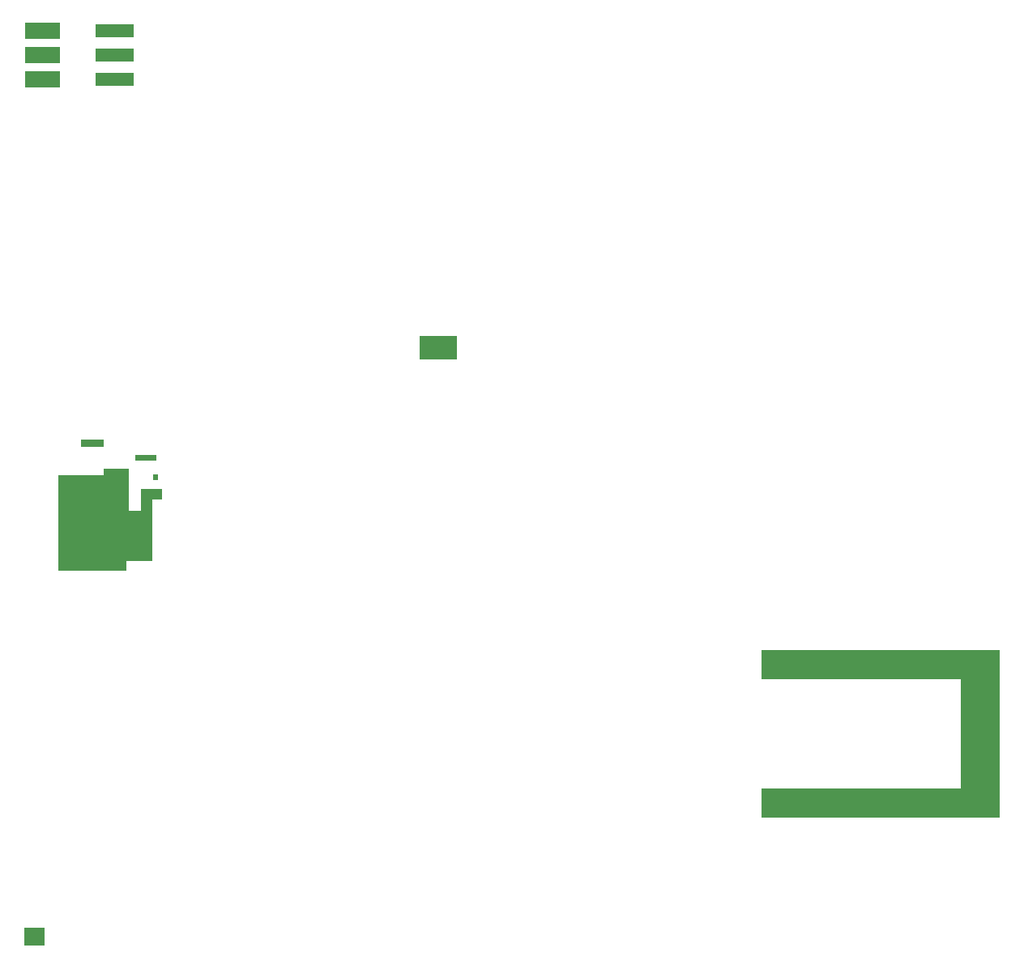
<source format=gko>
G04*
G04 #@! TF.GenerationSoftware,Altium Limited,Altium Designer,24.0.1 (36)*
G04*
G04 Layer_Color=16711935*
%FSLAX42Y42*%
%MOMM*%
G71*
G04*
G04 #@! TF.SameCoordinates,E1E02590-05F2-4693-A132-99C86EA4FF08*
G04*
G04*
G04 #@! TF.FilePolarity,Positive*
G04*
G01*
G75*
G36*
X1216Y12804D02*
X822D01*
Y12944D01*
X1216D01*
Y12804D01*
D02*
G37*
G36*
X442Y12789D02*
X84D01*
Y12959D01*
X442D01*
Y12789D01*
D02*
G37*
G36*
X1216Y12550D02*
X822D01*
Y12690D01*
X1216D01*
Y12550D01*
D02*
G37*
G36*
X442Y12535D02*
X84D01*
Y12705D01*
X442D01*
Y12535D01*
D02*
G37*
G36*
X1216Y12296D02*
X822D01*
Y12436D01*
X1216D01*
Y12296D01*
D02*
G37*
G36*
X442Y12281D02*
X84D01*
Y12451D01*
X442D01*
Y12281D01*
D02*
G37*
G36*
X4591Y9437D02*
X4208D01*
Y9681D01*
X4591D01*
Y9437D01*
D02*
G37*
G36*
X907Y8525D02*
X667D01*
Y8596D01*
X907D01*
Y8525D01*
D02*
G37*
G36*
X1452Y8380D02*
X1237D01*
Y8436D01*
X1452D01*
Y8380D01*
D02*
G37*
G36*
X1473Y8179D02*
X1417D01*
Y8234D01*
X1473D01*
Y8179D01*
D02*
G37*
G36*
X1167Y7855D02*
X1292D01*
Y8085D01*
X1510D01*
Y7976D01*
X1409D01*
Y7328D01*
X1143D01*
Y7229D01*
X432D01*
Y8229D01*
X907D01*
Y8294D01*
X1167D01*
Y7855D01*
D02*
G37*
G36*
X10266Y4646D02*
X7777D01*
Y4951D01*
X9860D01*
Y6094D01*
X7777D01*
Y6399D01*
X10266D01*
Y4646D01*
D02*
G37*
G36*
X284Y3303D02*
X74D01*
Y3493D01*
X284D01*
Y3303D01*
D02*
G37*
M02*

</source>
